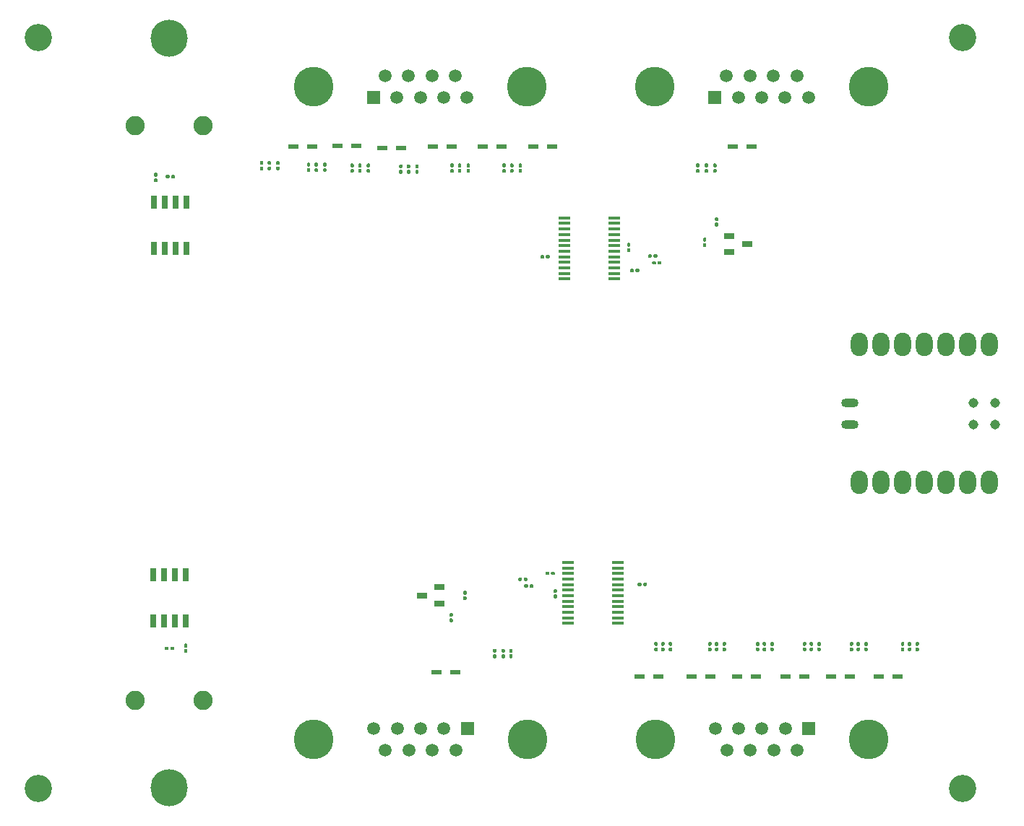
<source format=gbr>
G04 #@! TF.GenerationSoftware,KiCad,Pcbnew,(5.1.10)-1*
G04 #@! TF.CreationDate,2021-08-13T13:47:00+01:00*
G04 #@! TF.ProjectId,DataAqBoardV1.1,44617461-4171-4426-9f61-726456312e31,rev?*
G04 #@! TF.SameCoordinates,Original*
G04 #@! TF.FileFunction,Soldermask,Top*
G04 #@! TF.FilePolarity,Negative*
%FSLAX46Y46*%
G04 Gerber Fmt 4.6, Leading zero omitted, Abs format (unit mm)*
G04 Created by KiCad (PCBNEW (5.1.10)-1) date 2021-08-13 13:47:00*
%MOMM*%
%LPD*%
G01*
G04 APERTURE LIST*
%ADD10C,3.200000*%
%ADD11R,1.250000X0.650000*%
%ADD12R,0.650000X1.525000*%
%ADD13R,1.475000X0.450000*%
%ADD14C,4.350000*%
%ADD15C,2.250000*%
%ADD16R,1.500000X1.500000*%
%ADD17C,1.500000*%
%ADD18C,4.650000*%
%ADD19O,1.998980X2.748280*%
%ADD20O,2.032000X1.016000*%
%ADD21C,1.143000*%
%ADD22R,1.250000X0.550000*%
G04 APERTURE END LIST*
D10*
G04 #@! TO.C,*
X194000000Y-144000000D03*
G04 #@! TD*
G04 #@! TO.C,*
X194000000Y-56000000D03*
G04 #@! TD*
G04 #@! TO.C,*
X85700000Y-56000000D03*
G04 #@! TD*
G04 #@! TO.C,*
X85700000Y-144000000D03*
G04 #@! TD*
G04 #@! TO.C,C1*
G36*
G01*
X165100000Y-77050000D02*
X165300000Y-77050000D01*
G75*
G02*
X165400000Y-77150000I0J-100000D01*
G01*
X165400000Y-77410000D01*
G75*
G02*
X165300000Y-77510000I-100000J0D01*
G01*
X165100000Y-77510000D01*
G75*
G02*
X165000000Y-77410000I0J100000D01*
G01*
X165000000Y-77150000D01*
G75*
G02*
X165100000Y-77050000I100000J0D01*
G01*
G37*
G36*
G01*
X165100000Y-77690000D02*
X165300000Y-77690000D01*
G75*
G02*
X165400000Y-77790000I0J-100000D01*
G01*
X165400000Y-78050000D01*
G75*
G02*
X165300000Y-78150000I-100000J0D01*
G01*
X165100000Y-78150000D01*
G75*
G02*
X165000000Y-78050000I0J100000D01*
G01*
X165000000Y-77790000D01*
G75*
G02*
X165100000Y-77690000I100000J0D01*
G01*
G37*
G04 #@! TD*
G04 #@! TO.C,C2*
G36*
G01*
X163900000Y-79910000D02*
X163700000Y-79910000D01*
G75*
G02*
X163600000Y-79810000I0J100000D01*
G01*
X163600000Y-79550000D01*
G75*
G02*
X163700000Y-79450000I100000J0D01*
G01*
X163900000Y-79450000D01*
G75*
G02*
X164000000Y-79550000I0J-100000D01*
G01*
X164000000Y-79810000D01*
G75*
G02*
X163900000Y-79910000I-100000J0D01*
G01*
G37*
G36*
G01*
X163900000Y-80550000D02*
X163700000Y-80550000D01*
G75*
G02*
X163600000Y-80450000I0J100000D01*
G01*
X163600000Y-80190000D01*
G75*
G02*
X163700000Y-80090000I100000J0D01*
G01*
X163900000Y-80090000D01*
G75*
G02*
X164000000Y-80190000I0J-100000D01*
G01*
X164000000Y-80450000D01*
G75*
G02*
X163900000Y-80550000I-100000J0D01*
G01*
G37*
G04 #@! TD*
G04 #@! TO.C,C3*
G36*
G01*
X102900000Y-127050000D02*
X103100000Y-127050000D01*
G75*
G02*
X103200000Y-127150000I0J-100000D01*
G01*
X103200000Y-127410000D01*
G75*
G02*
X103100000Y-127510000I-100000J0D01*
G01*
X102900000Y-127510000D01*
G75*
G02*
X102800000Y-127410000I0J100000D01*
G01*
X102800000Y-127150000D01*
G75*
G02*
X102900000Y-127050000I100000J0D01*
G01*
G37*
G36*
G01*
X102900000Y-127690000D02*
X103100000Y-127690000D01*
G75*
G02*
X103200000Y-127790000I0J-100000D01*
G01*
X103200000Y-128050000D01*
G75*
G02*
X103100000Y-128150000I-100000J0D01*
G01*
X102900000Y-128150000D01*
G75*
G02*
X102800000Y-128050000I0J100000D01*
G01*
X102800000Y-127790000D01*
G75*
G02*
X102900000Y-127690000I100000J0D01*
G01*
G37*
G04 #@! TD*
G04 #@! TO.C,C4*
G36*
G01*
X99600000Y-72310000D02*
X99400000Y-72310000D01*
G75*
G02*
X99300000Y-72210000I0J100000D01*
G01*
X99300000Y-71950000D01*
G75*
G02*
X99400000Y-71850000I100000J0D01*
G01*
X99600000Y-71850000D01*
G75*
G02*
X99700000Y-71950000I0J-100000D01*
G01*
X99700000Y-72210000D01*
G75*
G02*
X99600000Y-72310000I-100000J0D01*
G01*
G37*
G36*
G01*
X99600000Y-72950000D02*
X99400000Y-72950000D01*
G75*
G02*
X99300000Y-72850000I0J100000D01*
G01*
X99300000Y-72590000D01*
G75*
G02*
X99400000Y-72490000I100000J0D01*
G01*
X99600000Y-72490000D01*
G75*
G02*
X99700000Y-72590000I0J-100000D01*
G01*
X99700000Y-72850000D01*
G75*
G02*
X99600000Y-72950000I-100000J0D01*
G01*
G37*
G04 #@! TD*
G04 #@! TO.C,C5*
G36*
G01*
X158290000Y-82500000D02*
X158290000Y-82300000D01*
G75*
G02*
X158390000Y-82200000I100000J0D01*
G01*
X158650000Y-82200000D01*
G75*
G02*
X158750000Y-82300000I0J-100000D01*
G01*
X158750000Y-82500000D01*
G75*
G02*
X158650000Y-82600000I-100000J0D01*
G01*
X158390000Y-82600000D01*
G75*
G02*
X158290000Y-82500000I0J100000D01*
G01*
G37*
G36*
G01*
X157650000Y-82500000D02*
X157650000Y-82300000D01*
G75*
G02*
X157750000Y-82200000I100000J0D01*
G01*
X158010000Y-82200000D01*
G75*
G02*
X158110000Y-82300000I0J-100000D01*
G01*
X158110000Y-82500000D01*
G75*
G02*
X158010000Y-82600000I-100000J0D01*
G01*
X157750000Y-82600000D01*
G75*
G02*
X157650000Y-82500000I0J100000D01*
G01*
G37*
G04 #@! TD*
G04 #@! TO.C,C6*
G36*
G01*
X157790000Y-81700000D02*
X157790000Y-81500000D01*
G75*
G02*
X157890000Y-81400000I100000J0D01*
G01*
X158150000Y-81400000D01*
G75*
G02*
X158250000Y-81500000I0J-100000D01*
G01*
X158250000Y-81700000D01*
G75*
G02*
X158150000Y-81800000I-100000J0D01*
G01*
X157890000Y-81800000D01*
G75*
G02*
X157790000Y-81700000I0J100000D01*
G01*
G37*
G36*
G01*
X157150000Y-81700000D02*
X157150000Y-81500000D01*
G75*
G02*
X157250000Y-81400000I100000J0D01*
G01*
X157510000Y-81400000D01*
G75*
G02*
X157610000Y-81500000I0J-100000D01*
G01*
X157610000Y-81700000D01*
G75*
G02*
X157510000Y-81800000I-100000J0D01*
G01*
X157250000Y-81800000D01*
G75*
G02*
X157150000Y-81700000I0J100000D01*
G01*
G37*
G04 #@! TD*
G04 #@! TO.C,C7*
G36*
G01*
X163100000Y-71850000D02*
X162900000Y-71850000D01*
G75*
G02*
X162800000Y-71750000I0J100000D01*
G01*
X162800000Y-71490000D01*
G75*
G02*
X162900000Y-71390000I100000J0D01*
G01*
X163100000Y-71390000D01*
G75*
G02*
X163200000Y-71490000I0J-100000D01*
G01*
X163200000Y-71750000D01*
G75*
G02*
X163100000Y-71850000I-100000J0D01*
G01*
G37*
G36*
G01*
X163100000Y-71210000D02*
X162900000Y-71210000D01*
G75*
G02*
X162800000Y-71110000I0J100000D01*
G01*
X162800000Y-70850000D01*
G75*
G02*
X162900000Y-70750000I100000J0D01*
G01*
X163100000Y-70750000D01*
G75*
G02*
X163200000Y-70850000I0J-100000D01*
G01*
X163200000Y-71110000D01*
G75*
G02*
X163100000Y-71210000I-100000J0D01*
G01*
G37*
G04 #@! TD*
G04 #@! TO.C,C8*
G36*
G01*
X117500000Y-71750000D02*
X117300000Y-71750000D01*
G75*
G02*
X117200000Y-71650000I0J100000D01*
G01*
X117200000Y-71390000D01*
G75*
G02*
X117300000Y-71290000I100000J0D01*
G01*
X117500000Y-71290000D01*
G75*
G02*
X117600000Y-71390000I0J-100000D01*
G01*
X117600000Y-71650000D01*
G75*
G02*
X117500000Y-71750000I-100000J0D01*
G01*
G37*
G36*
G01*
X117500000Y-71110000D02*
X117300000Y-71110000D01*
G75*
G02*
X117200000Y-71010000I0J100000D01*
G01*
X117200000Y-70750000D01*
G75*
G02*
X117300000Y-70650000I100000J0D01*
G01*
X117500000Y-70650000D01*
G75*
G02*
X117600000Y-70750000I0J-100000D01*
G01*
X117600000Y-71010000D01*
G75*
G02*
X117500000Y-71110000I-100000J0D01*
G01*
G37*
G04 #@! TD*
G04 #@! TO.C,C9*
G36*
G01*
X122600000Y-71210000D02*
X122400000Y-71210000D01*
G75*
G02*
X122300000Y-71110000I0J100000D01*
G01*
X122300000Y-70850000D01*
G75*
G02*
X122400000Y-70750000I100000J0D01*
G01*
X122600000Y-70750000D01*
G75*
G02*
X122700000Y-70850000I0J-100000D01*
G01*
X122700000Y-71110000D01*
G75*
G02*
X122600000Y-71210000I-100000J0D01*
G01*
G37*
G36*
G01*
X122600000Y-71850000D02*
X122400000Y-71850000D01*
G75*
G02*
X122300000Y-71750000I0J100000D01*
G01*
X122300000Y-71490000D01*
G75*
G02*
X122400000Y-71390000I100000J0D01*
G01*
X122600000Y-71390000D01*
G75*
G02*
X122700000Y-71490000I0J-100000D01*
G01*
X122700000Y-71750000D01*
G75*
G02*
X122600000Y-71850000I-100000J0D01*
G01*
G37*
G04 #@! TD*
G04 #@! TO.C,C10*
G36*
G01*
X128300000Y-71950000D02*
X128100000Y-71950000D01*
G75*
G02*
X128000000Y-71850000I0J100000D01*
G01*
X128000000Y-71590000D01*
G75*
G02*
X128100000Y-71490000I100000J0D01*
G01*
X128300000Y-71490000D01*
G75*
G02*
X128400000Y-71590000I0J-100000D01*
G01*
X128400000Y-71850000D01*
G75*
G02*
X128300000Y-71950000I-100000J0D01*
G01*
G37*
G36*
G01*
X128300000Y-71310000D02*
X128100000Y-71310000D01*
G75*
G02*
X128000000Y-71210000I0J100000D01*
G01*
X128000000Y-70950000D01*
G75*
G02*
X128100000Y-70850000I100000J0D01*
G01*
X128300000Y-70850000D01*
G75*
G02*
X128400000Y-70950000I0J-100000D01*
G01*
X128400000Y-71210000D01*
G75*
G02*
X128300000Y-71310000I-100000J0D01*
G01*
G37*
G04 #@! TD*
G04 #@! TO.C,C11*
G36*
G01*
X134300000Y-71210000D02*
X134100000Y-71210000D01*
G75*
G02*
X134000000Y-71110000I0J100000D01*
G01*
X134000000Y-70850000D01*
G75*
G02*
X134100000Y-70750000I100000J0D01*
G01*
X134300000Y-70750000D01*
G75*
G02*
X134400000Y-70850000I0J-100000D01*
G01*
X134400000Y-71110000D01*
G75*
G02*
X134300000Y-71210000I-100000J0D01*
G01*
G37*
G36*
G01*
X134300000Y-71850000D02*
X134100000Y-71850000D01*
G75*
G02*
X134000000Y-71750000I0J100000D01*
G01*
X134000000Y-71490000D01*
G75*
G02*
X134100000Y-71390000I100000J0D01*
G01*
X134300000Y-71390000D01*
G75*
G02*
X134400000Y-71490000I0J-100000D01*
G01*
X134400000Y-71750000D01*
G75*
G02*
X134300000Y-71850000I-100000J0D01*
G01*
G37*
G04 #@! TD*
G04 #@! TO.C,C12*
G36*
G01*
X140400000Y-71850000D02*
X140200000Y-71850000D01*
G75*
G02*
X140100000Y-71750000I0J100000D01*
G01*
X140100000Y-71490000D01*
G75*
G02*
X140200000Y-71390000I100000J0D01*
G01*
X140400000Y-71390000D01*
G75*
G02*
X140500000Y-71490000I0J-100000D01*
G01*
X140500000Y-71750000D01*
G75*
G02*
X140400000Y-71850000I-100000J0D01*
G01*
G37*
G36*
G01*
X140400000Y-71210000D02*
X140200000Y-71210000D01*
G75*
G02*
X140100000Y-71110000I0J100000D01*
G01*
X140100000Y-70850000D01*
G75*
G02*
X140200000Y-70750000I100000J0D01*
G01*
X140400000Y-70750000D01*
G75*
G02*
X140500000Y-70850000I0J-100000D01*
G01*
X140500000Y-71110000D01*
G75*
G02*
X140400000Y-71210000I-100000J0D01*
G01*
G37*
G04 #@! TD*
G04 #@! TO.C,C13*
G36*
G01*
X112000000Y-70910000D02*
X111800000Y-70910000D01*
G75*
G02*
X111700000Y-70810000I0J100000D01*
G01*
X111700000Y-70550000D01*
G75*
G02*
X111800000Y-70450000I100000J0D01*
G01*
X112000000Y-70450000D01*
G75*
G02*
X112100000Y-70550000I0J-100000D01*
G01*
X112100000Y-70810000D01*
G75*
G02*
X112000000Y-70910000I-100000J0D01*
G01*
G37*
G36*
G01*
X112000000Y-71550000D02*
X111800000Y-71550000D01*
G75*
G02*
X111700000Y-71450000I0J100000D01*
G01*
X111700000Y-71190000D01*
G75*
G02*
X111800000Y-71090000I100000J0D01*
G01*
X112000000Y-71090000D01*
G75*
G02*
X112100000Y-71190000I0J-100000D01*
G01*
X112100000Y-71450000D01*
G75*
G02*
X112000000Y-71550000I-100000J0D01*
G01*
G37*
G04 #@! TD*
G04 #@! TO.C,C14*
G36*
G01*
X143050000Y-119400000D02*
X143050000Y-119600000D01*
G75*
G02*
X142950000Y-119700000I-100000J0D01*
G01*
X142690000Y-119700000D01*
G75*
G02*
X142590000Y-119600000I0J100000D01*
G01*
X142590000Y-119400000D01*
G75*
G02*
X142690000Y-119300000I100000J0D01*
G01*
X142950000Y-119300000D01*
G75*
G02*
X143050000Y-119400000I0J-100000D01*
G01*
G37*
G36*
G01*
X142410000Y-119400000D02*
X142410000Y-119600000D01*
G75*
G02*
X142310000Y-119700000I-100000J0D01*
G01*
X142050000Y-119700000D01*
G75*
G02*
X141950000Y-119600000I0J100000D01*
G01*
X141950000Y-119400000D01*
G75*
G02*
X142050000Y-119300000I100000J0D01*
G01*
X142310000Y-119300000D01*
G75*
G02*
X142410000Y-119400000I0J-100000D01*
G01*
G37*
G04 #@! TD*
G04 #@! TO.C,C15*
G36*
G01*
X143750000Y-120200000D02*
X143750000Y-120400000D01*
G75*
G02*
X143650000Y-120500000I-100000J0D01*
G01*
X143390000Y-120500000D01*
G75*
G02*
X143290000Y-120400000I0J100000D01*
G01*
X143290000Y-120200000D01*
G75*
G02*
X143390000Y-120100000I100000J0D01*
G01*
X143650000Y-120100000D01*
G75*
G02*
X143750000Y-120200000I0J-100000D01*
G01*
G37*
G36*
G01*
X143110000Y-120200000D02*
X143110000Y-120400000D01*
G75*
G02*
X143010000Y-120500000I-100000J0D01*
G01*
X142750000Y-120500000D01*
G75*
G02*
X142650000Y-120400000I0J100000D01*
G01*
X142650000Y-120200000D01*
G75*
G02*
X142750000Y-120100000I100000J0D01*
G01*
X143010000Y-120100000D01*
G75*
G02*
X143110000Y-120200000I0J-100000D01*
G01*
G37*
G04 #@! TD*
G04 #@! TO.C,C16*
G36*
G01*
X141000000Y-127650000D02*
X141200000Y-127650000D01*
G75*
G02*
X141300000Y-127750000I0J-100000D01*
G01*
X141300000Y-128010000D01*
G75*
G02*
X141200000Y-128110000I-100000J0D01*
G01*
X141000000Y-128110000D01*
G75*
G02*
X140900000Y-128010000I0J100000D01*
G01*
X140900000Y-127750000D01*
G75*
G02*
X141000000Y-127650000I100000J0D01*
G01*
G37*
G36*
G01*
X141000000Y-128290000D02*
X141200000Y-128290000D01*
G75*
G02*
X141300000Y-128390000I0J-100000D01*
G01*
X141300000Y-128650000D01*
G75*
G02*
X141200000Y-128750000I-100000J0D01*
G01*
X141000000Y-128750000D01*
G75*
G02*
X140900000Y-128650000I0J100000D01*
G01*
X140900000Y-128390000D01*
G75*
G02*
X141000000Y-128290000I100000J0D01*
G01*
G37*
G04 #@! TD*
G04 #@! TO.C,C17*
G36*
G01*
X180900000Y-126850000D02*
X181100000Y-126850000D01*
G75*
G02*
X181200000Y-126950000I0J-100000D01*
G01*
X181200000Y-127210000D01*
G75*
G02*
X181100000Y-127310000I-100000J0D01*
G01*
X180900000Y-127310000D01*
G75*
G02*
X180800000Y-127210000I0J100000D01*
G01*
X180800000Y-126950000D01*
G75*
G02*
X180900000Y-126850000I100000J0D01*
G01*
G37*
G36*
G01*
X180900000Y-127490000D02*
X181100000Y-127490000D01*
G75*
G02*
X181200000Y-127590000I0J-100000D01*
G01*
X181200000Y-127850000D01*
G75*
G02*
X181100000Y-127950000I-100000J0D01*
G01*
X180900000Y-127950000D01*
G75*
G02*
X180800000Y-127850000I0J100000D01*
G01*
X180800000Y-127590000D01*
G75*
G02*
X180900000Y-127490000I100000J0D01*
G01*
G37*
G04 #@! TD*
G04 #@! TO.C,C18*
G36*
G01*
X175400000Y-126850000D02*
X175600000Y-126850000D01*
G75*
G02*
X175700000Y-126950000I0J-100000D01*
G01*
X175700000Y-127210000D01*
G75*
G02*
X175600000Y-127310000I-100000J0D01*
G01*
X175400000Y-127310000D01*
G75*
G02*
X175300000Y-127210000I0J100000D01*
G01*
X175300000Y-126950000D01*
G75*
G02*
X175400000Y-126850000I100000J0D01*
G01*
G37*
G36*
G01*
X175400000Y-127490000D02*
X175600000Y-127490000D01*
G75*
G02*
X175700000Y-127590000I0J-100000D01*
G01*
X175700000Y-127850000D01*
G75*
G02*
X175600000Y-127950000I-100000J0D01*
G01*
X175400000Y-127950000D01*
G75*
G02*
X175300000Y-127850000I0J100000D01*
G01*
X175300000Y-127590000D01*
G75*
G02*
X175400000Y-127490000I100000J0D01*
G01*
G37*
G04 #@! TD*
G04 #@! TO.C,C19*
G36*
G01*
X169900000Y-127490000D02*
X170100000Y-127490000D01*
G75*
G02*
X170200000Y-127590000I0J-100000D01*
G01*
X170200000Y-127850000D01*
G75*
G02*
X170100000Y-127950000I-100000J0D01*
G01*
X169900000Y-127950000D01*
G75*
G02*
X169800000Y-127850000I0J100000D01*
G01*
X169800000Y-127590000D01*
G75*
G02*
X169900000Y-127490000I100000J0D01*
G01*
G37*
G36*
G01*
X169900000Y-126850000D02*
X170100000Y-126850000D01*
G75*
G02*
X170200000Y-126950000I0J-100000D01*
G01*
X170200000Y-127210000D01*
G75*
G02*
X170100000Y-127310000I-100000J0D01*
G01*
X169900000Y-127310000D01*
G75*
G02*
X169800000Y-127210000I0J100000D01*
G01*
X169800000Y-126950000D01*
G75*
G02*
X169900000Y-126850000I100000J0D01*
G01*
G37*
G04 #@! TD*
G04 #@! TO.C,C20*
G36*
G01*
X164300000Y-127490000D02*
X164500000Y-127490000D01*
G75*
G02*
X164600000Y-127590000I0J-100000D01*
G01*
X164600000Y-127850000D01*
G75*
G02*
X164500000Y-127950000I-100000J0D01*
G01*
X164300000Y-127950000D01*
G75*
G02*
X164200000Y-127850000I0J100000D01*
G01*
X164200000Y-127590000D01*
G75*
G02*
X164300000Y-127490000I100000J0D01*
G01*
G37*
G36*
G01*
X164300000Y-126850000D02*
X164500000Y-126850000D01*
G75*
G02*
X164600000Y-126950000I0J-100000D01*
G01*
X164600000Y-127210000D01*
G75*
G02*
X164500000Y-127310000I-100000J0D01*
G01*
X164300000Y-127310000D01*
G75*
G02*
X164200000Y-127210000I0J100000D01*
G01*
X164200000Y-126950000D01*
G75*
G02*
X164300000Y-126850000I100000J0D01*
G01*
G37*
G04 #@! TD*
G04 #@! TO.C,C21*
G36*
G01*
X158000000Y-127490000D02*
X158200000Y-127490000D01*
G75*
G02*
X158300000Y-127590000I0J-100000D01*
G01*
X158300000Y-127850000D01*
G75*
G02*
X158200000Y-127950000I-100000J0D01*
G01*
X158000000Y-127950000D01*
G75*
G02*
X157900000Y-127850000I0J100000D01*
G01*
X157900000Y-127590000D01*
G75*
G02*
X158000000Y-127490000I100000J0D01*
G01*
G37*
G36*
G01*
X158000000Y-126850000D02*
X158200000Y-126850000D01*
G75*
G02*
X158300000Y-126950000I0J-100000D01*
G01*
X158300000Y-127210000D01*
G75*
G02*
X158200000Y-127310000I-100000J0D01*
G01*
X158000000Y-127310000D01*
G75*
G02*
X157900000Y-127210000I0J100000D01*
G01*
X157900000Y-126950000D01*
G75*
G02*
X158000000Y-126850000I100000J0D01*
G01*
G37*
G04 #@! TD*
G04 #@! TO.C,C22*
G36*
G01*
X186900000Y-127490000D02*
X187100000Y-127490000D01*
G75*
G02*
X187200000Y-127590000I0J-100000D01*
G01*
X187200000Y-127850000D01*
G75*
G02*
X187100000Y-127950000I-100000J0D01*
G01*
X186900000Y-127950000D01*
G75*
G02*
X186800000Y-127850000I0J100000D01*
G01*
X186800000Y-127590000D01*
G75*
G02*
X186900000Y-127490000I100000J0D01*
G01*
G37*
G36*
G01*
X186900000Y-126850000D02*
X187100000Y-126850000D01*
G75*
G02*
X187200000Y-126950000I0J-100000D01*
G01*
X187200000Y-127210000D01*
G75*
G02*
X187100000Y-127310000I-100000J0D01*
G01*
X186900000Y-127310000D01*
G75*
G02*
X186800000Y-127210000I0J100000D01*
G01*
X186800000Y-126950000D01*
G75*
G02*
X186900000Y-126850000I100000J0D01*
G01*
G37*
G04 #@! TD*
D11*
G04 #@! TO.C,IC1*
X166650000Y-79240000D03*
X166650000Y-81160000D03*
X168750000Y-80200000D03*
G04 #@! TD*
D12*
G04 #@! TO.C,IC2*
X99195000Y-124412000D03*
X100465000Y-124412000D03*
X101735000Y-124412000D03*
X103005000Y-124412000D03*
X103005000Y-118988000D03*
X101735000Y-118988000D03*
X100465000Y-118988000D03*
X99195000Y-118988000D03*
G04 #@! TD*
G04 #@! TO.C,IC3*
X103105000Y-80712000D03*
X101835000Y-80712000D03*
X100565000Y-80712000D03*
X99295000Y-80712000D03*
X99295000Y-75288000D03*
X100565000Y-75288000D03*
X101835000Y-75288000D03*
X103105000Y-75288000D03*
G04 #@! TD*
D13*
G04 #@! TO.C,IC4*
X153238000Y-77125000D03*
X153238000Y-77775000D03*
X153238000Y-78425000D03*
X153238000Y-79075000D03*
X153238000Y-79725000D03*
X153238000Y-80375000D03*
X153238000Y-81025000D03*
X153238000Y-81675000D03*
X153238000Y-82325000D03*
X153238000Y-82975000D03*
X153238000Y-83625000D03*
X153238000Y-84275000D03*
X147362000Y-84275000D03*
X147362000Y-83625000D03*
X147362000Y-82975000D03*
X147362000Y-82325000D03*
X147362000Y-81675000D03*
X147362000Y-81025000D03*
X147362000Y-80375000D03*
X147362000Y-79725000D03*
X147362000Y-79075000D03*
X147362000Y-78425000D03*
X147362000Y-77775000D03*
X147362000Y-77125000D03*
G04 #@! TD*
G04 #@! TO.C,IC5*
X153638000Y-124675000D03*
X153638000Y-124025000D03*
X153638000Y-123375000D03*
X153638000Y-122725000D03*
X153638000Y-122075000D03*
X153638000Y-121425000D03*
X153638000Y-120775000D03*
X153638000Y-120125000D03*
X153638000Y-119475000D03*
X153638000Y-118825000D03*
X153638000Y-118175000D03*
X153638000Y-117525000D03*
X147762000Y-117525000D03*
X147762000Y-118175000D03*
X147762000Y-118825000D03*
X147762000Y-119475000D03*
X147762000Y-120125000D03*
X147762000Y-120775000D03*
X147762000Y-121425000D03*
X147762000Y-122075000D03*
X147762000Y-122725000D03*
X147762000Y-123375000D03*
X147762000Y-124025000D03*
X147762000Y-124675000D03*
G04 #@! TD*
D14*
G04 #@! TO.C,J1*
X101050000Y-143950000D03*
D15*
X105000000Y-133700000D03*
X97100000Y-133700000D03*
G04 #@! TD*
G04 #@! TO.C,J2*
X105000000Y-66300000D03*
X97100000Y-66300000D03*
D14*
X101050000Y-56050000D03*
G04 #@! TD*
D16*
G04 #@! TO.C,J3*
X165000000Y-63000000D03*
D17*
X167740000Y-63000000D03*
X170480000Y-63000000D03*
X173220000Y-63000000D03*
X175960000Y-63000000D03*
X166370000Y-60460000D03*
X169110000Y-60460000D03*
X171850000Y-60460000D03*
X174590000Y-60460000D03*
D18*
X157980000Y-61730000D03*
X182980000Y-61730000D03*
G04 #@! TD*
G04 #@! TO.C,J4*
X142980000Y-61730000D03*
X117980000Y-61730000D03*
D17*
X134590000Y-60460000D03*
X131850000Y-60460000D03*
X129110000Y-60460000D03*
X126370000Y-60460000D03*
X135960000Y-63000000D03*
X133220000Y-63000000D03*
X130480000Y-63000000D03*
X127740000Y-63000000D03*
D16*
X125000000Y-63000000D03*
G04 #@! TD*
G04 #@! TO.C,J5*
X136000000Y-137000000D03*
D17*
X133260000Y-137000000D03*
X130520000Y-137000000D03*
X127780000Y-137000000D03*
X125040000Y-137000000D03*
X134630000Y-139540000D03*
X131890000Y-139540000D03*
X129150000Y-139540000D03*
X126410000Y-139540000D03*
D18*
X143020000Y-138270000D03*
X118020000Y-138270000D03*
G04 #@! TD*
G04 #@! TO.C,J6*
X158020000Y-138270000D03*
X183020000Y-138270000D03*
D17*
X166410000Y-139540000D03*
X169150000Y-139540000D03*
X171890000Y-139540000D03*
X174630000Y-139540000D03*
X165040000Y-137000000D03*
X167780000Y-137000000D03*
X170520000Y-137000000D03*
X173260000Y-137000000D03*
D16*
X176000000Y-137000000D03*
G04 #@! TD*
G04 #@! TO.C,R1*
G36*
G01*
X155050000Y-83400000D02*
X155050000Y-83200000D01*
G75*
G02*
X155150000Y-83100000I100000J0D01*
G01*
X155410000Y-83100000D01*
G75*
G02*
X155510000Y-83200000I0J-100000D01*
G01*
X155510000Y-83400000D01*
G75*
G02*
X155410000Y-83500000I-100000J0D01*
G01*
X155150000Y-83500000D01*
G75*
G02*
X155050000Y-83400000I0J100000D01*
G01*
G37*
G36*
G01*
X155690000Y-83400000D02*
X155690000Y-83200000D01*
G75*
G02*
X155790000Y-83100000I100000J0D01*
G01*
X156050000Y-83100000D01*
G75*
G02*
X156150000Y-83200000I0J-100000D01*
G01*
X156150000Y-83400000D01*
G75*
G02*
X156050000Y-83500000I-100000J0D01*
G01*
X155790000Y-83500000D01*
G75*
G02*
X155690000Y-83400000I0J100000D01*
G01*
G37*
G04 #@! TD*
G04 #@! TO.C,R2*
G36*
G01*
X164100000Y-71210000D02*
X163900000Y-71210000D01*
G75*
G02*
X163800000Y-71110000I0J100000D01*
G01*
X163800000Y-70850000D01*
G75*
G02*
X163900000Y-70750000I100000J0D01*
G01*
X164100000Y-70750000D01*
G75*
G02*
X164200000Y-70850000I0J-100000D01*
G01*
X164200000Y-71110000D01*
G75*
G02*
X164100000Y-71210000I-100000J0D01*
G01*
G37*
G36*
G01*
X164100000Y-71850000D02*
X163900000Y-71850000D01*
G75*
G02*
X163800000Y-71750000I0J100000D01*
G01*
X163800000Y-71490000D01*
G75*
G02*
X163900000Y-71390000I100000J0D01*
G01*
X164100000Y-71390000D01*
G75*
G02*
X164200000Y-71490000I0J-100000D01*
G01*
X164200000Y-71750000D01*
G75*
G02*
X164100000Y-71850000I-100000J0D01*
G01*
G37*
G04 #@! TD*
G04 #@! TO.C,R3*
G36*
G01*
X164900000Y-71390000D02*
X165100000Y-71390000D01*
G75*
G02*
X165200000Y-71490000I0J-100000D01*
G01*
X165200000Y-71750000D01*
G75*
G02*
X165100000Y-71850000I-100000J0D01*
G01*
X164900000Y-71850000D01*
G75*
G02*
X164800000Y-71750000I0J100000D01*
G01*
X164800000Y-71490000D01*
G75*
G02*
X164900000Y-71390000I100000J0D01*
G01*
G37*
G36*
G01*
X164900000Y-70750000D02*
X165100000Y-70750000D01*
G75*
G02*
X165200000Y-70850000I0J-100000D01*
G01*
X165200000Y-71110000D01*
G75*
G02*
X165100000Y-71210000I-100000J0D01*
G01*
X164900000Y-71210000D01*
G75*
G02*
X164800000Y-71110000I0J100000D01*
G01*
X164800000Y-70850000D01*
G75*
G02*
X164900000Y-70750000I100000J0D01*
G01*
G37*
G04 #@! TD*
G04 #@! TO.C,R4*
G36*
G01*
X119200000Y-71290000D02*
X119400000Y-71290000D01*
G75*
G02*
X119500000Y-71390000I0J-100000D01*
G01*
X119500000Y-71650000D01*
G75*
G02*
X119400000Y-71750000I-100000J0D01*
G01*
X119200000Y-71750000D01*
G75*
G02*
X119100000Y-71650000I0J100000D01*
G01*
X119100000Y-71390000D01*
G75*
G02*
X119200000Y-71290000I100000J0D01*
G01*
G37*
G36*
G01*
X119200000Y-70650000D02*
X119400000Y-70650000D01*
G75*
G02*
X119500000Y-70750000I0J-100000D01*
G01*
X119500000Y-71010000D01*
G75*
G02*
X119400000Y-71110000I-100000J0D01*
G01*
X119200000Y-71110000D01*
G75*
G02*
X119100000Y-71010000I0J100000D01*
G01*
X119100000Y-70750000D01*
G75*
G02*
X119200000Y-70650000I100000J0D01*
G01*
G37*
G04 #@! TD*
G04 #@! TO.C,R5*
G36*
G01*
X118400000Y-71750000D02*
X118200000Y-71750000D01*
G75*
G02*
X118100000Y-71650000I0J100000D01*
G01*
X118100000Y-71390000D01*
G75*
G02*
X118200000Y-71290000I100000J0D01*
G01*
X118400000Y-71290000D01*
G75*
G02*
X118500000Y-71390000I0J-100000D01*
G01*
X118500000Y-71650000D01*
G75*
G02*
X118400000Y-71750000I-100000J0D01*
G01*
G37*
G36*
G01*
X118400000Y-71110000D02*
X118200000Y-71110000D01*
G75*
G02*
X118100000Y-71010000I0J100000D01*
G01*
X118100000Y-70750000D01*
G75*
G02*
X118200000Y-70650000I100000J0D01*
G01*
X118400000Y-70650000D01*
G75*
G02*
X118500000Y-70750000I0J-100000D01*
G01*
X118500000Y-71010000D01*
G75*
G02*
X118400000Y-71110000I-100000J0D01*
G01*
G37*
G04 #@! TD*
G04 #@! TO.C,R6*
G36*
G01*
X124300000Y-70750000D02*
X124500000Y-70750000D01*
G75*
G02*
X124600000Y-70850000I0J-100000D01*
G01*
X124600000Y-71110000D01*
G75*
G02*
X124500000Y-71210000I-100000J0D01*
G01*
X124300000Y-71210000D01*
G75*
G02*
X124200000Y-71110000I0J100000D01*
G01*
X124200000Y-70850000D01*
G75*
G02*
X124300000Y-70750000I100000J0D01*
G01*
G37*
G36*
G01*
X124300000Y-71390000D02*
X124500000Y-71390000D01*
G75*
G02*
X124600000Y-71490000I0J-100000D01*
G01*
X124600000Y-71750000D01*
G75*
G02*
X124500000Y-71850000I-100000J0D01*
G01*
X124300000Y-71850000D01*
G75*
G02*
X124200000Y-71750000I0J100000D01*
G01*
X124200000Y-71490000D01*
G75*
G02*
X124300000Y-71390000I100000J0D01*
G01*
G37*
G04 #@! TD*
G04 #@! TO.C,R7*
G36*
G01*
X123500000Y-71850000D02*
X123300000Y-71850000D01*
G75*
G02*
X123200000Y-71750000I0J100000D01*
G01*
X123200000Y-71490000D01*
G75*
G02*
X123300000Y-71390000I100000J0D01*
G01*
X123500000Y-71390000D01*
G75*
G02*
X123600000Y-71490000I0J-100000D01*
G01*
X123600000Y-71750000D01*
G75*
G02*
X123500000Y-71850000I-100000J0D01*
G01*
G37*
G36*
G01*
X123500000Y-71210000D02*
X123300000Y-71210000D01*
G75*
G02*
X123200000Y-71110000I0J100000D01*
G01*
X123200000Y-70850000D01*
G75*
G02*
X123300000Y-70750000I100000J0D01*
G01*
X123500000Y-70750000D01*
G75*
G02*
X123600000Y-70850000I0J-100000D01*
G01*
X123600000Y-71110000D01*
G75*
G02*
X123500000Y-71210000I-100000J0D01*
G01*
G37*
G04 #@! TD*
G04 #@! TO.C,R8*
G36*
G01*
X130000000Y-70850000D02*
X130200000Y-70850000D01*
G75*
G02*
X130300000Y-70950000I0J-100000D01*
G01*
X130300000Y-71210000D01*
G75*
G02*
X130200000Y-71310000I-100000J0D01*
G01*
X130000000Y-71310000D01*
G75*
G02*
X129900000Y-71210000I0J100000D01*
G01*
X129900000Y-70950000D01*
G75*
G02*
X130000000Y-70850000I100000J0D01*
G01*
G37*
G36*
G01*
X130000000Y-71490000D02*
X130200000Y-71490000D01*
G75*
G02*
X130300000Y-71590000I0J-100000D01*
G01*
X130300000Y-71850000D01*
G75*
G02*
X130200000Y-71950000I-100000J0D01*
G01*
X130000000Y-71950000D01*
G75*
G02*
X129900000Y-71850000I0J100000D01*
G01*
X129900000Y-71590000D01*
G75*
G02*
X130000000Y-71490000I100000J0D01*
G01*
G37*
G04 #@! TD*
G04 #@! TO.C,R9*
G36*
G01*
X129200000Y-71310000D02*
X129000000Y-71310000D01*
G75*
G02*
X128900000Y-71210000I0J100000D01*
G01*
X128900000Y-70950000D01*
G75*
G02*
X129000000Y-70850000I100000J0D01*
G01*
X129200000Y-70850000D01*
G75*
G02*
X129300000Y-70950000I0J-100000D01*
G01*
X129300000Y-71210000D01*
G75*
G02*
X129200000Y-71310000I-100000J0D01*
G01*
G37*
G36*
G01*
X129200000Y-71950000D02*
X129000000Y-71950000D01*
G75*
G02*
X128900000Y-71850000I0J100000D01*
G01*
X128900000Y-71590000D01*
G75*
G02*
X129000000Y-71490000I100000J0D01*
G01*
X129200000Y-71490000D01*
G75*
G02*
X129300000Y-71590000I0J-100000D01*
G01*
X129300000Y-71850000D01*
G75*
G02*
X129200000Y-71950000I-100000J0D01*
G01*
G37*
G04 #@! TD*
G04 #@! TO.C,R10*
G36*
G01*
X136000000Y-70750000D02*
X136200000Y-70750000D01*
G75*
G02*
X136300000Y-70850000I0J-100000D01*
G01*
X136300000Y-71110000D01*
G75*
G02*
X136200000Y-71210000I-100000J0D01*
G01*
X136000000Y-71210000D01*
G75*
G02*
X135900000Y-71110000I0J100000D01*
G01*
X135900000Y-70850000D01*
G75*
G02*
X136000000Y-70750000I100000J0D01*
G01*
G37*
G36*
G01*
X136000000Y-71390000D02*
X136200000Y-71390000D01*
G75*
G02*
X136300000Y-71490000I0J-100000D01*
G01*
X136300000Y-71750000D01*
G75*
G02*
X136200000Y-71850000I-100000J0D01*
G01*
X136000000Y-71850000D01*
G75*
G02*
X135900000Y-71750000I0J100000D01*
G01*
X135900000Y-71490000D01*
G75*
G02*
X136000000Y-71390000I100000J0D01*
G01*
G37*
G04 #@! TD*
G04 #@! TO.C,R11*
G36*
G01*
X135200000Y-71210000D02*
X135000000Y-71210000D01*
G75*
G02*
X134900000Y-71110000I0J100000D01*
G01*
X134900000Y-70850000D01*
G75*
G02*
X135000000Y-70750000I100000J0D01*
G01*
X135200000Y-70750000D01*
G75*
G02*
X135300000Y-70850000I0J-100000D01*
G01*
X135300000Y-71110000D01*
G75*
G02*
X135200000Y-71210000I-100000J0D01*
G01*
G37*
G36*
G01*
X135200000Y-71850000D02*
X135000000Y-71850000D01*
G75*
G02*
X134900000Y-71750000I0J100000D01*
G01*
X134900000Y-71490000D01*
G75*
G02*
X135000000Y-71390000I100000J0D01*
G01*
X135200000Y-71390000D01*
G75*
G02*
X135300000Y-71490000I0J-100000D01*
G01*
X135300000Y-71750000D01*
G75*
G02*
X135200000Y-71850000I-100000J0D01*
G01*
G37*
G04 #@! TD*
G04 #@! TO.C,R12*
G36*
G01*
X142100000Y-71390000D02*
X142300000Y-71390000D01*
G75*
G02*
X142400000Y-71490000I0J-100000D01*
G01*
X142400000Y-71750000D01*
G75*
G02*
X142300000Y-71850000I-100000J0D01*
G01*
X142100000Y-71850000D01*
G75*
G02*
X142000000Y-71750000I0J100000D01*
G01*
X142000000Y-71490000D01*
G75*
G02*
X142100000Y-71390000I100000J0D01*
G01*
G37*
G36*
G01*
X142100000Y-70750000D02*
X142300000Y-70750000D01*
G75*
G02*
X142400000Y-70850000I0J-100000D01*
G01*
X142400000Y-71110000D01*
G75*
G02*
X142300000Y-71210000I-100000J0D01*
G01*
X142100000Y-71210000D01*
G75*
G02*
X142000000Y-71110000I0J100000D01*
G01*
X142000000Y-70850000D01*
G75*
G02*
X142100000Y-70750000I100000J0D01*
G01*
G37*
G04 #@! TD*
G04 #@! TO.C,R13*
G36*
G01*
X141300000Y-71210000D02*
X141100000Y-71210000D01*
G75*
G02*
X141000000Y-71110000I0J100000D01*
G01*
X141000000Y-70850000D01*
G75*
G02*
X141100000Y-70750000I100000J0D01*
G01*
X141300000Y-70750000D01*
G75*
G02*
X141400000Y-70850000I0J-100000D01*
G01*
X141400000Y-71110000D01*
G75*
G02*
X141300000Y-71210000I-100000J0D01*
G01*
G37*
G36*
G01*
X141300000Y-71850000D02*
X141100000Y-71850000D01*
G75*
G02*
X141000000Y-71750000I0J100000D01*
G01*
X141000000Y-71490000D01*
G75*
G02*
X141100000Y-71390000I100000J0D01*
G01*
X141300000Y-71390000D01*
G75*
G02*
X141400000Y-71490000I0J-100000D01*
G01*
X141400000Y-71750000D01*
G75*
G02*
X141300000Y-71850000I-100000J0D01*
G01*
G37*
G04 #@! TD*
G04 #@! TO.C,R14*
G36*
G01*
X113700000Y-70450000D02*
X113900000Y-70450000D01*
G75*
G02*
X114000000Y-70550000I0J-100000D01*
G01*
X114000000Y-70810000D01*
G75*
G02*
X113900000Y-70910000I-100000J0D01*
G01*
X113700000Y-70910000D01*
G75*
G02*
X113600000Y-70810000I0J100000D01*
G01*
X113600000Y-70550000D01*
G75*
G02*
X113700000Y-70450000I100000J0D01*
G01*
G37*
G36*
G01*
X113700000Y-71090000D02*
X113900000Y-71090000D01*
G75*
G02*
X114000000Y-71190000I0J-100000D01*
G01*
X114000000Y-71450000D01*
G75*
G02*
X113900000Y-71550000I-100000J0D01*
G01*
X113700000Y-71550000D01*
G75*
G02*
X113600000Y-71450000I0J100000D01*
G01*
X113600000Y-71190000D01*
G75*
G02*
X113700000Y-71090000I100000J0D01*
G01*
G37*
G04 #@! TD*
G04 #@! TO.C,R15*
G36*
G01*
X112900000Y-71550000D02*
X112700000Y-71550000D01*
G75*
G02*
X112600000Y-71450000I0J100000D01*
G01*
X112600000Y-71190000D01*
G75*
G02*
X112700000Y-71090000I100000J0D01*
G01*
X112900000Y-71090000D01*
G75*
G02*
X113000000Y-71190000I0J-100000D01*
G01*
X113000000Y-71450000D01*
G75*
G02*
X112900000Y-71550000I-100000J0D01*
G01*
G37*
G36*
G01*
X112900000Y-70910000D02*
X112700000Y-70910000D01*
G75*
G02*
X112600000Y-70810000I0J100000D01*
G01*
X112600000Y-70550000D01*
G75*
G02*
X112700000Y-70450000I100000J0D01*
G01*
X112900000Y-70450000D01*
G75*
G02*
X113000000Y-70550000I0J-100000D01*
G01*
X113000000Y-70810000D01*
G75*
G02*
X112900000Y-70910000I-100000J0D01*
G01*
G37*
G04 #@! TD*
G04 #@! TO.C,R16*
G36*
G01*
X146250000Y-118700000D02*
X146250000Y-118900000D01*
G75*
G02*
X146150000Y-119000000I-100000J0D01*
G01*
X145890000Y-119000000D01*
G75*
G02*
X145790000Y-118900000I0J100000D01*
G01*
X145790000Y-118700000D01*
G75*
G02*
X145890000Y-118600000I100000J0D01*
G01*
X146150000Y-118600000D01*
G75*
G02*
X146250000Y-118700000I0J-100000D01*
G01*
G37*
G36*
G01*
X145610000Y-118700000D02*
X145610000Y-118900000D01*
G75*
G02*
X145510000Y-119000000I-100000J0D01*
G01*
X145250000Y-119000000D01*
G75*
G02*
X145150000Y-118900000I0J100000D01*
G01*
X145150000Y-118700000D01*
G75*
G02*
X145250000Y-118600000I100000J0D01*
G01*
X145510000Y-118600000D01*
G75*
G02*
X145610000Y-118700000I0J-100000D01*
G01*
G37*
G04 #@! TD*
G04 #@! TO.C,R17*
G36*
G01*
X140100000Y-128290000D02*
X140300000Y-128290000D01*
G75*
G02*
X140400000Y-128390000I0J-100000D01*
G01*
X140400000Y-128650000D01*
G75*
G02*
X140300000Y-128750000I-100000J0D01*
G01*
X140100000Y-128750000D01*
G75*
G02*
X140000000Y-128650000I0J100000D01*
G01*
X140000000Y-128390000D01*
G75*
G02*
X140100000Y-128290000I100000J0D01*
G01*
G37*
G36*
G01*
X140100000Y-127650000D02*
X140300000Y-127650000D01*
G75*
G02*
X140400000Y-127750000I0J-100000D01*
G01*
X140400000Y-128010000D01*
G75*
G02*
X140300000Y-128110000I-100000J0D01*
G01*
X140100000Y-128110000D01*
G75*
G02*
X140000000Y-128010000I0J100000D01*
G01*
X140000000Y-127750000D01*
G75*
G02*
X140100000Y-127650000I100000J0D01*
G01*
G37*
G04 #@! TD*
G04 #@! TO.C,R18*
G36*
G01*
X139300000Y-128110000D02*
X139100000Y-128110000D01*
G75*
G02*
X139000000Y-128010000I0J100000D01*
G01*
X139000000Y-127750000D01*
G75*
G02*
X139100000Y-127650000I100000J0D01*
G01*
X139300000Y-127650000D01*
G75*
G02*
X139400000Y-127750000I0J-100000D01*
G01*
X139400000Y-128010000D01*
G75*
G02*
X139300000Y-128110000I-100000J0D01*
G01*
G37*
G36*
G01*
X139300000Y-128750000D02*
X139100000Y-128750000D01*
G75*
G02*
X139000000Y-128650000I0J100000D01*
G01*
X139000000Y-128390000D01*
G75*
G02*
X139100000Y-128290000I100000J0D01*
G01*
X139300000Y-128290000D01*
G75*
G02*
X139400000Y-128390000I0J-100000D01*
G01*
X139400000Y-128650000D01*
G75*
G02*
X139300000Y-128750000I-100000J0D01*
G01*
G37*
G04 #@! TD*
G04 #@! TO.C,R19*
G36*
G01*
X182800000Y-127310000D02*
X182600000Y-127310000D01*
G75*
G02*
X182500000Y-127210000I0J100000D01*
G01*
X182500000Y-126950000D01*
G75*
G02*
X182600000Y-126850000I100000J0D01*
G01*
X182800000Y-126850000D01*
G75*
G02*
X182900000Y-126950000I0J-100000D01*
G01*
X182900000Y-127210000D01*
G75*
G02*
X182800000Y-127310000I-100000J0D01*
G01*
G37*
G36*
G01*
X182800000Y-127950000D02*
X182600000Y-127950000D01*
G75*
G02*
X182500000Y-127850000I0J100000D01*
G01*
X182500000Y-127590000D01*
G75*
G02*
X182600000Y-127490000I100000J0D01*
G01*
X182800000Y-127490000D01*
G75*
G02*
X182900000Y-127590000I0J-100000D01*
G01*
X182900000Y-127850000D01*
G75*
G02*
X182800000Y-127950000I-100000J0D01*
G01*
G37*
G04 #@! TD*
G04 #@! TO.C,R20*
G36*
G01*
X181700000Y-126850000D02*
X181900000Y-126850000D01*
G75*
G02*
X182000000Y-126950000I0J-100000D01*
G01*
X182000000Y-127210000D01*
G75*
G02*
X181900000Y-127310000I-100000J0D01*
G01*
X181700000Y-127310000D01*
G75*
G02*
X181600000Y-127210000I0J100000D01*
G01*
X181600000Y-126950000D01*
G75*
G02*
X181700000Y-126850000I100000J0D01*
G01*
G37*
G36*
G01*
X181700000Y-127490000D02*
X181900000Y-127490000D01*
G75*
G02*
X182000000Y-127590000I0J-100000D01*
G01*
X182000000Y-127850000D01*
G75*
G02*
X181900000Y-127950000I-100000J0D01*
G01*
X181700000Y-127950000D01*
G75*
G02*
X181600000Y-127850000I0J100000D01*
G01*
X181600000Y-127590000D01*
G75*
G02*
X181700000Y-127490000I100000J0D01*
G01*
G37*
G04 #@! TD*
G04 #@! TO.C,R21*
G36*
G01*
X177300000Y-127950000D02*
X177100000Y-127950000D01*
G75*
G02*
X177000000Y-127850000I0J100000D01*
G01*
X177000000Y-127590000D01*
G75*
G02*
X177100000Y-127490000I100000J0D01*
G01*
X177300000Y-127490000D01*
G75*
G02*
X177400000Y-127590000I0J-100000D01*
G01*
X177400000Y-127850000D01*
G75*
G02*
X177300000Y-127950000I-100000J0D01*
G01*
G37*
G36*
G01*
X177300000Y-127310000D02*
X177100000Y-127310000D01*
G75*
G02*
X177000000Y-127210000I0J100000D01*
G01*
X177000000Y-126950000D01*
G75*
G02*
X177100000Y-126850000I100000J0D01*
G01*
X177300000Y-126850000D01*
G75*
G02*
X177400000Y-126950000I0J-100000D01*
G01*
X177400000Y-127210000D01*
G75*
G02*
X177300000Y-127310000I-100000J0D01*
G01*
G37*
G04 #@! TD*
G04 #@! TO.C,R22*
G36*
G01*
X176200000Y-126850000D02*
X176400000Y-126850000D01*
G75*
G02*
X176500000Y-126950000I0J-100000D01*
G01*
X176500000Y-127210000D01*
G75*
G02*
X176400000Y-127310000I-100000J0D01*
G01*
X176200000Y-127310000D01*
G75*
G02*
X176100000Y-127210000I0J100000D01*
G01*
X176100000Y-126950000D01*
G75*
G02*
X176200000Y-126850000I100000J0D01*
G01*
G37*
G36*
G01*
X176200000Y-127490000D02*
X176400000Y-127490000D01*
G75*
G02*
X176500000Y-127590000I0J-100000D01*
G01*
X176500000Y-127850000D01*
G75*
G02*
X176400000Y-127950000I-100000J0D01*
G01*
X176200000Y-127950000D01*
G75*
G02*
X176100000Y-127850000I0J100000D01*
G01*
X176100000Y-127590000D01*
G75*
G02*
X176200000Y-127490000I100000J0D01*
G01*
G37*
G04 #@! TD*
G04 #@! TO.C,R23*
G36*
G01*
X171800000Y-127310000D02*
X171600000Y-127310000D01*
G75*
G02*
X171500000Y-127210000I0J100000D01*
G01*
X171500000Y-126950000D01*
G75*
G02*
X171600000Y-126850000I100000J0D01*
G01*
X171800000Y-126850000D01*
G75*
G02*
X171900000Y-126950000I0J-100000D01*
G01*
X171900000Y-127210000D01*
G75*
G02*
X171800000Y-127310000I-100000J0D01*
G01*
G37*
G36*
G01*
X171800000Y-127950000D02*
X171600000Y-127950000D01*
G75*
G02*
X171500000Y-127850000I0J100000D01*
G01*
X171500000Y-127590000D01*
G75*
G02*
X171600000Y-127490000I100000J0D01*
G01*
X171800000Y-127490000D01*
G75*
G02*
X171900000Y-127590000I0J-100000D01*
G01*
X171900000Y-127850000D01*
G75*
G02*
X171800000Y-127950000I-100000J0D01*
G01*
G37*
G04 #@! TD*
G04 #@! TO.C,R24*
G36*
G01*
X170700000Y-127490000D02*
X170900000Y-127490000D01*
G75*
G02*
X171000000Y-127590000I0J-100000D01*
G01*
X171000000Y-127850000D01*
G75*
G02*
X170900000Y-127950000I-100000J0D01*
G01*
X170700000Y-127950000D01*
G75*
G02*
X170600000Y-127850000I0J100000D01*
G01*
X170600000Y-127590000D01*
G75*
G02*
X170700000Y-127490000I100000J0D01*
G01*
G37*
G36*
G01*
X170700000Y-126850000D02*
X170900000Y-126850000D01*
G75*
G02*
X171000000Y-126950000I0J-100000D01*
G01*
X171000000Y-127210000D01*
G75*
G02*
X170900000Y-127310000I-100000J0D01*
G01*
X170700000Y-127310000D01*
G75*
G02*
X170600000Y-127210000I0J100000D01*
G01*
X170600000Y-126950000D01*
G75*
G02*
X170700000Y-126850000I100000J0D01*
G01*
G37*
G04 #@! TD*
G04 #@! TO.C,R25*
G36*
G01*
X166200000Y-127950000D02*
X166000000Y-127950000D01*
G75*
G02*
X165900000Y-127850000I0J100000D01*
G01*
X165900000Y-127590000D01*
G75*
G02*
X166000000Y-127490000I100000J0D01*
G01*
X166200000Y-127490000D01*
G75*
G02*
X166300000Y-127590000I0J-100000D01*
G01*
X166300000Y-127850000D01*
G75*
G02*
X166200000Y-127950000I-100000J0D01*
G01*
G37*
G36*
G01*
X166200000Y-127310000D02*
X166000000Y-127310000D01*
G75*
G02*
X165900000Y-127210000I0J100000D01*
G01*
X165900000Y-126950000D01*
G75*
G02*
X166000000Y-126850000I100000J0D01*
G01*
X166200000Y-126850000D01*
G75*
G02*
X166300000Y-126950000I0J-100000D01*
G01*
X166300000Y-127210000D01*
G75*
G02*
X166200000Y-127310000I-100000J0D01*
G01*
G37*
G04 #@! TD*
G04 #@! TO.C,R26*
G36*
G01*
X165100000Y-126850000D02*
X165300000Y-126850000D01*
G75*
G02*
X165400000Y-126950000I0J-100000D01*
G01*
X165400000Y-127210000D01*
G75*
G02*
X165300000Y-127310000I-100000J0D01*
G01*
X165100000Y-127310000D01*
G75*
G02*
X165000000Y-127210000I0J100000D01*
G01*
X165000000Y-126950000D01*
G75*
G02*
X165100000Y-126850000I100000J0D01*
G01*
G37*
G36*
G01*
X165100000Y-127490000D02*
X165300000Y-127490000D01*
G75*
G02*
X165400000Y-127590000I0J-100000D01*
G01*
X165400000Y-127850000D01*
G75*
G02*
X165300000Y-127950000I-100000J0D01*
G01*
X165100000Y-127950000D01*
G75*
G02*
X165000000Y-127850000I0J100000D01*
G01*
X165000000Y-127590000D01*
G75*
G02*
X165100000Y-127490000I100000J0D01*
G01*
G37*
G04 #@! TD*
G04 #@! TO.C,R27*
G36*
G01*
X159900000Y-127310000D02*
X159700000Y-127310000D01*
G75*
G02*
X159600000Y-127210000I0J100000D01*
G01*
X159600000Y-126950000D01*
G75*
G02*
X159700000Y-126850000I100000J0D01*
G01*
X159900000Y-126850000D01*
G75*
G02*
X160000000Y-126950000I0J-100000D01*
G01*
X160000000Y-127210000D01*
G75*
G02*
X159900000Y-127310000I-100000J0D01*
G01*
G37*
G36*
G01*
X159900000Y-127950000D02*
X159700000Y-127950000D01*
G75*
G02*
X159600000Y-127850000I0J100000D01*
G01*
X159600000Y-127590000D01*
G75*
G02*
X159700000Y-127490000I100000J0D01*
G01*
X159900000Y-127490000D01*
G75*
G02*
X160000000Y-127590000I0J-100000D01*
G01*
X160000000Y-127850000D01*
G75*
G02*
X159900000Y-127950000I-100000J0D01*
G01*
G37*
G04 #@! TD*
G04 #@! TO.C,R28*
G36*
G01*
X158800000Y-127490000D02*
X159000000Y-127490000D01*
G75*
G02*
X159100000Y-127590000I0J-100000D01*
G01*
X159100000Y-127850000D01*
G75*
G02*
X159000000Y-127950000I-100000J0D01*
G01*
X158800000Y-127950000D01*
G75*
G02*
X158700000Y-127850000I0J100000D01*
G01*
X158700000Y-127590000D01*
G75*
G02*
X158800000Y-127490000I100000J0D01*
G01*
G37*
G36*
G01*
X158800000Y-126850000D02*
X159000000Y-126850000D01*
G75*
G02*
X159100000Y-126950000I0J-100000D01*
G01*
X159100000Y-127210000D01*
G75*
G02*
X159000000Y-127310000I-100000J0D01*
G01*
X158800000Y-127310000D01*
G75*
G02*
X158700000Y-127210000I0J100000D01*
G01*
X158700000Y-126950000D01*
G75*
G02*
X158800000Y-126850000I100000J0D01*
G01*
G37*
G04 #@! TD*
G04 #@! TO.C,R29*
G36*
G01*
X188800000Y-127950000D02*
X188600000Y-127950000D01*
G75*
G02*
X188500000Y-127850000I0J100000D01*
G01*
X188500000Y-127590000D01*
G75*
G02*
X188600000Y-127490000I100000J0D01*
G01*
X188800000Y-127490000D01*
G75*
G02*
X188900000Y-127590000I0J-100000D01*
G01*
X188900000Y-127850000D01*
G75*
G02*
X188800000Y-127950000I-100000J0D01*
G01*
G37*
G36*
G01*
X188800000Y-127310000D02*
X188600000Y-127310000D01*
G75*
G02*
X188500000Y-127210000I0J100000D01*
G01*
X188500000Y-126950000D01*
G75*
G02*
X188600000Y-126850000I100000J0D01*
G01*
X188800000Y-126850000D01*
G75*
G02*
X188900000Y-126950000I0J-100000D01*
G01*
X188900000Y-127210000D01*
G75*
G02*
X188800000Y-127310000I-100000J0D01*
G01*
G37*
G04 #@! TD*
G04 #@! TO.C,R30*
G36*
G01*
X187700000Y-127490000D02*
X187900000Y-127490000D01*
G75*
G02*
X188000000Y-127590000I0J-100000D01*
G01*
X188000000Y-127850000D01*
G75*
G02*
X187900000Y-127950000I-100000J0D01*
G01*
X187700000Y-127950000D01*
G75*
G02*
X187600000Y-127850000I0J100000D01*
G01*
X187600000Y-127590000D01*
G75*
G02*
X187700000Y-127490000I100000J0D01*
G01*
G37*
G36*
G01*
X187700000Y-126850000D02*
X187900000Y-126850000D01*
G75*
G02*
X188000000Y-126950000I0J-100000D01*
G01*
X188000000Y-127210000D01*
G75*
G02*
X187900000Y-127310000I-100000J0D01*
G01*
X187700000Y-127310000D01*
G75*
G02*
X187600000Y-127210000I0J100000D01*
G01*
X187600000Y-126950000D01*
G75*
G02*
X187700000Y-126850000I100000J0D01*
G01*
G37*
G04 #@! TD*
D19*
G04 #@! TO.C,U1*
X197117820Y-108097680D03*
X194577820Y-108097680D03*
X192037820Y-108097680D03*
X189497820Y-108097680D03*
X186957820Y-108097680D03*
X184417820Y-108097680D03*
X181877820Y-108097680D03*
X181877820Y-91933120D03*
X184417820Y-91933120D03*
X186957820Y-91933120D03*
X189497820Y-91933120D03*
X192037820Y-91933120D03*
X194577820Y-91933120D03*
X197117820Y-91933120D03*
D20*
X180800000Y-98800000D03*
X180800000Y-101350000D03*
D21*
X197804187Y-98798803D03*
X197804187Y-101338803D03*
X195264187Y-98798803D03*
X195264187Y-101338803D03*
G04 #@! TD*
G04 #@! TO.C,C23*
G36*
G01*
X134200000Y-124550000D02*
X134000000Y-124550000D01*
G75*
G02*
X133900000Y-124450000I0J100000D01*
G01*
X133900000Y-124190000D01*
G75*
G02*
X134000000Y-124090000I100000J0D01*
G01*
X134200000Y-124090000D01*
G75*
G02*
X134300000Y-124190000I0J-100000D01*
G01*
X134300000Y-124450000D01*
G75*
G02*
X134200000Y-124550000I-100000J0D01*
G01*
G37*
G36*
G01*
X134200000Y-123910000D02*
X134000000Y-123910000D01*
G75*
G02*
X133900000Y-123810000I0J100000D01*
G01*
X133900000Y-123550000D01*
G75*
G02*
X134000000Y-123450000I100000J0D01*
G01*
X134200000Y-123450000D01*
G75*
G02*
X134300000Y-123550000I0J-100000D01*
G01*
X134300000Y-123810000D01*
G75*
G02*
X134200000Y-123910000I-100000J0D01*
G01*
G37*
G04 #@! TD*
G04 #@! TO.C,C24*
G36*
G01*
X135600000Y-121490000D02*
X135800000Y-121490000D01*
G75*
G02*
X135900000Y-121590000I0J-100000D01*
G01*
X135900000Y-121850000D01*
G75*
G02*
X135800000Y-121950000I-100000J0D01*
G01*
X135600000Y-121950000D01*
G75*
G02*
X135500000Y-121850000I0J100000D01*
G01*
X135500000Y-121590000D01*
G75*
G02*
X135600000Y-121490000I100000J0D01*
G01*
G37*
G36*
G01*
X135600000Y-120850000D02*
X135800000Y-120850000D01*
G75*
G02*
X135900000Y-120950000I0J-100000D01*
G01*
X135900000Y-121210000D01*
G75*
G02*
X135800000Y-121310000I-100000J0D01*
G01*
X135600000Y-121310000D01*
G75*
G02*
X135500000Y-121210000I0J100000D01*
G01*
X135500000Y-120950000D01*
G75*
G02*
X135600000Y-120850000I100000J0D01*
G01*
G37*
G04 #@! TD*
D11*
G04 #@! TO.C,IC6*
X132750000Y-122360000D03*
X132750000Y-120440000D03*
X130650000Y-121400000D03*
G04 #@! TD*
D22*
G04 #@! TO.C,D1*
X167100000Y-68800000D03*
X169300000Y-68800000D03*
G04 #@! TD*
G04 #@! TO.C,D2*
X123000000Y-68700000D03*
X120800000Y-68700000D03*
G04 #@! TD*
G04 #@! TO.C,D3*
X126000000Y-68900000D03*
X128200000Y-68900000D03*
G04 #@! TD*
G04 #@! TO.C,D4*
X134200000Y-68800000D03*
X132000000Y-68800000D03*
G04 #@! TD*
G04 #@! TO.C,D5*
X137800000Y-68800000D03*
X140000000Y-68800000D03*
G04 #@! TD*
G04 #@! TO.C,D6*
X145900000Y-68800000D03*
X143700000Y-68800000D03*
G04 #@! TD*
G04 #@! TO.C,D7*
X115600000Y-68800000D03*
X117800000Y-68800000D03*
G04 #@! TD*
G04 #@! TO.C,D8*
X132400000Y-130400000D03*
X134600000Y-130400000D03*
G04 #@! TD*
G04 #@! TO.C,D9*
X180800000Y-130900000D03*
X178600000Y-130900000D03*
G04 #@! TD*
G04 #@! TO.C,D10*
X173300000Y-130900000D03*
X175500000Y-130900000D03*
G04 #@! TD*
G04 #@! TO.C,D11*
X169800000Y-130900000D03*
X167600000Y-130900000D03*
G04 #@! TD*
G04 #@! TO.C,D12*
X162300000Y-130900000D03*
X164500000Y-130900000D03*
G04 #@! TD*
G04 #@! TO.C,D13*
X158400000Y-130900000D03*
X156200000Y-130900000D03*
G04 #@! TD*
G04 #@! TO.C,D14*
X184200000Y-130900000D03*
X186400000Y-130900000D03*
G04 #@! TD*
G04 #@! TO.C,C25*
G36*
G01*
X101190000Y-127700000D02*
X101190000Y-127500000D01*
G75*
G02*
X101290000Y-127400000I100000J0D01*
G01*
X101550000Y-127400000D01*
G75*
G02*
X101650000Y-127500000I0J-100000D01*
G01*
X101650000Y-127700000D01*
G75*
G02*
X101550000Y-127800000I-100000J0D01*
G01*
X101290000Y-127800000D01*
G75*
G02*
X101190000Y-127700000I0J100000D01*
G01*
G37*
G36*
G01*
X100550000Y-127700000D02*
X100550000Y-127500000D01*
G75*
G02*
X100650000Y-127400000I100000J0D01*
G01*
X100910000Y-127400000D01*
G75*
G02*
X101010000Y-127500000I0J-100000D01*
G01*
X101010000Y-127700000D01*
G75*
G02*
X100910000Y-127800000I-100000J0D01*
G01*
X100650000Y-127800000D01*
G75*
G02*
X100550000Y-127700000I0J100000D01*
G01*
G37*
G04 #@! TD*
G04 #@! TO.C,C26*
G36*
G01*
X101750000Y-72200000D02*
X101750000Y-72400000D01*
G75*
G02*
X101650000Y-72500000I-100000J0D01*
G01*
X101390000Y-72500000D01*
G75*
G02*
X101290000Y-72400000I0J100000D01*
G01*
X101290000Y-72200000D01*
G75*
G02*
X101390000Y-72100000I100000J0D01*
G01*
X101650000Y-72100000D01*
G75*
G02*
X101750000Y-72200000I0J-100000D01*
G01*
G37*
G36*
G01*
X101110000Y-72200000D02*
X101110000Y-72400000D01*
G75*
G02*
X101010000Y-72500000I-100000J0D01*
G01*
X100750000Y-72500000D01*
G75*
G02*
X100650000Y-72400000I0J100000D01*
G01*
X100650000Y-72200000D01*
G75*
G02*
X100750000Y-72100000I100000J0D01*
G01*
X101010000Y-72100000D01*
G75*
G02*
X101110000Y-72200000I0J-100000D01*
G01*
G37*
G04 #@! TD*
G04 #@! TO.C,C27*
G36*
G01*
X155000000Y-80510000D02*
X154800000Y-80510000D01*
G75*
G02*
X154700000Y-80410000I0J100000D01*
G01*
X154700000Y-80150000D01*
G75*
G02*
X154800000Y-80050000I100000J0D01*
G01*
X155000000Y-80050000D01*
G75*
G02*
X155100000Y-80150000I0J-100000D01*
G01*
X155100000Y-80410000D01*
G75*
G02*
X155000000Y-80510000I-100000J0D01*
G01*
G37*
G36*
G01*
X155000000Y-81150000D02*
X154800000Y-81150000D01*
G75*
G02*
X154700000Y-81050000I0J100000D01*
G01*
X154700000Y-80790000D01*
G75*
G02*
X154800000Y-80690000I100000J0D01*
G01*
X155000000Y-80690000D01*
G75*
G02*
X155100000Y-80790000I0J-100000D01*
G01*
X155100000Y-81050000D01*
G75*
G02*
X155000000Y-81150000I-100000J0D01*
G01*
G37*
G04 #@! TD*
G04 #@! TO.C,C28*
G36*
G01*
X146200000Y-120650000D02*
X146400000Y-120650000D01*
G75*
G02*
X146500000Y-120750000I0J-100000D01*
G01*
X146500000Y-121010000D01*
G75*
G02*
X146400000Y-121110000I-100000J0D01*
G01*
X146200000Y-121110000D01*
G75*
G02*
X146100000Y-121010000I0J100000D01*
G01*
X146100000Y-120750000D01*
G75*
G02*
X146200000Y-120650000I100000J0D01*
G01*
G37*
G36*
G01*
X146200000Y-121290000D02*
X146400000Y-121290000D01*
G75*
G02*
X146500000Y-121390000I0J-100000D01*
G01*
X146500000Y-121650000D01*
G75*
G02*
X146400000Y-121750000I-100000J0D01*
G01*
X146200000Y-121750000D01*
G75*
G02*
X146100000Y-121650000I0J100000D01*
G01*
X146100000Y-121390000D01*
G75*
G02*
X146200000Y-121290000I100000J0D01*
G01*
G37*
G04 #@! TD*
G04 #@! TO.C,R31*
G36*
G01*
X144550000Y-81800000D02*
X144550000Y-81600000D01*
G75*
G02*
X144650000Y-81500000I100000J0D01*
G01*
X144910000Y-81500000D01*
G75*
G02*
X145010000Y-81600000I0J-100000D01*
G01*
X145010000Y-81800000D01*
G75*
G02*
X144910000Y-81900000I-100000J0D01*
G01*
X144650000Y-81900000D01*
G75*
G02*
X144550000Y-81800000I0J100000D01*
G01*
G37*
G36*
G01*
X145190000Y-81800000D02*
X145190000Y-81600000D01*
G75*
G02*
X145290000Y-81500000I100000J0D01*
G01*
X145550000Y-81500000D01*
G75*
G02*
X145650000Y-81600000I0J-100000D01*
G01*
X145650000Y-81800000D01*
G75*
G02*
X145550000Y-81900000I-100000J0D01*
G01*
X145290000Y-81900000D01*
G75*
G02*
X145190000Y-81800000I0J100000D01*
G01*
G37*
G04 #@! TD*
G04 #@! TO.C,R32*
G36*
G01*
X156410000Y-120000000D02*
X156410000Y-120200000D01*
G75*
G02*
X156310000Y-120300000I-100000J0D01*
G01*
X156050000Y-120300000D01*
G75*
G02*
X155950000Y-120200000I0J100000D01*
G01*
X155950000Y-120000000D01*
G75*
G02*
X156050000Y-119900000I100000J0D01*
G01*
X156310000Y-119900000D01*
G75*
G02*
X156410000Y-120000000I0J-100000D01*
G01*
G37*
G36*
G01*
X157050000Y-120000000D02*
X157050000Y-120200000D01*
G75*
G02*
X156950000Y-120300000I-100000J0D01*
G01*
X156690000Y-120300000D01*
G75*
G02*
X156590000Y-120200000I0J100000D01*
G01*
X156590000Y-120000000D01*
G75*
G02*
X156690000Y-119900000I100000J0D01*
G01*
X156950000Y-119900000D01*
G75*
G02*
X157050000Y-120000000I0J-100000D01*
G01*
G37*
G04 #@! TD*
M02*

</source>
